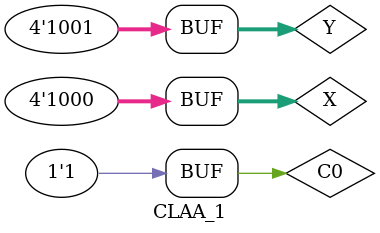
<source format=v>
`timescale 1ns / 1ps


module CLAA_1;

	// Inputs
	reg [3:0] X;
	reg [3:0] Y;
	reg C0;

	// Outputs
	wire [3:0] F;
	wire C4;

	// Instantiate the Unit Under Test (UUT)
	CLAA uut (
		.X(X), 
		.Y(Y), 
		.C0(C0), 
		.F(F), 
		.C4(C4)
	);

	initial begin
		// Initialize Inputs
		X = 4'd0;
		Y = 4'd0;
		C0 = 0;//0 0000

		// Wait 100 ns for global reset to finish
		#100;
        
		// Add stimulus here
		X = 4'd1;
		Y = 4'd1;//0 0010
		C0 = 0;
		#100;
		X = 4'd5;
		Y = 4'd3;//0 1000
		C0 = 0;
		#100;
		X = 4'd2;
		Y = 4'd4;//0 0110
		C0 = 0;
		#100;
		X = 4'd8;
		Y = 4'd7;//0 1111
		C0 = 0;
		#100;
		X = 4'd8;
		Y = 4'd8;//1 0000
		C0 = 0;
		#100;
		X = 4'd8;
		Y = 4'd8;
		C0 = 1;//1 0001
		#100;
		X = 4'd8;
		Y = 4'd9;
		C0 = 1;//1 0010
		#100;
	end
      
endmodule


</source>
